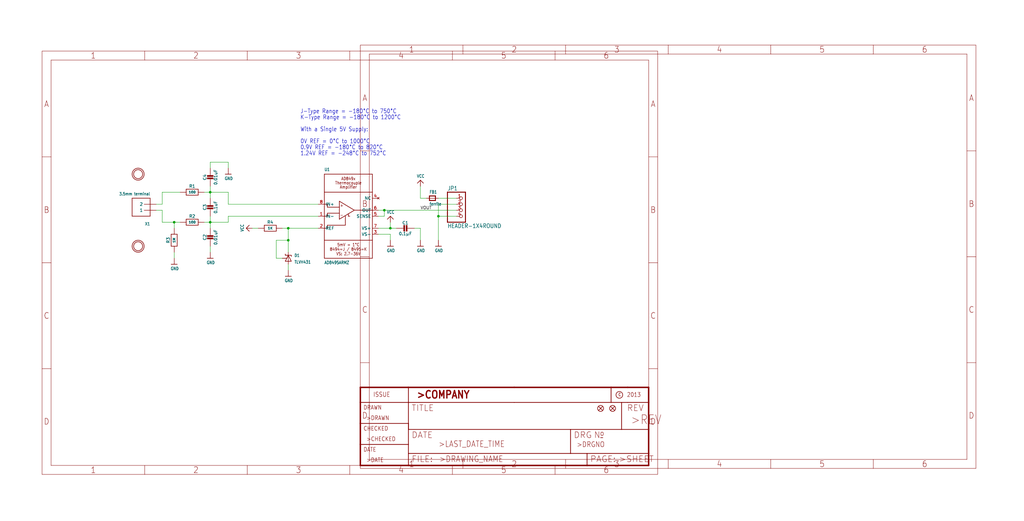
<source format=kicad_sch>
(kicad_sch (version 20211123) (generator eeschema)
  (paper "User" 433.07 220.421)
  (lib_symbols
    (symbol "eagleSchem-eagle-import:AD849X"
      (property "Reference" "U" (at -10.16 19.05 0))
      (property "Value" "AD849X" (at -10.16 -20.32 0))
      (symbol "AD849X_1_0"
        (polyline (pts (xy -10.16 -10.16) (xy -10.16 -17.78)) (stroke (width 0.254)))
        (polyline (pts (xy -10.16 -10.16) (xy -10.16 -5.08)) (stroke (width 0.254)))
        (polyline (pts (xy -10.16 -5.08) (xy -10.16 0)) (stroke (width 0.254)))
        (polyline (pts (xy -10.16 0) (xy -10.16 5.08)) (stroke (width 0.254)))
        (polyline (pts (xy -10.16 0) (xy -8.89 0)) (stroke (width 0.254)))
        (polyline (pts (xy -10.16 5.08) (xy -10.16 10.16)) (stroke (width 0.254)))
        (polyline (pts (xy -10.16 5.08) (xy -8.89 5.08)) (stroke (width 0.254)))
        (polyline (pts (xy -10.16 10.16) (xy -10.16 17.78)) (stroke (width 0.254)))
        (polyline (pts (xy -10.16 10.16) (xy 10.16 10.16)) (stroke (width 0.254)))
        (polyline (pts (xy -10.16 17.78) (xy 10.16 17.78)) (stroke (width 0.254)))
        (polyline (pts (xy -8.89 -5.08) (xy -10.16 -5.08)) (stroke (width 0.254)))
        (polyline (pts (xy -8.89 -3.81) (xy -8.89 -5.08)) (stroke (width 0.254)))
        (polyline (pts (xy -8.89 0) (xy -8.89 1.27)) (stroke (width 0.254)))
        (polyline (pts (xy -8.89 1.27) (xy -3.81 1.27)) (stroke (width 0.254)))
        (polyline (pts (xy -8.89 3.81) (xy -3.81 3.81)) (stroke (width 0.254)))
        (polyline (pts (xy -8.89 5.08) (xy -8.89 3.81)) (stroke (width 0.254)))
        (polyline (pts (xy -3.81 -1.27) (xy -3.81 1.27)) (stroke (width 0.254)))
        (polyline (pts (xy -3.81 1.27) (xy -3.81 3.81)) (stroke (width 0.254)))
        (polyline (pts (xy -3.81 3.81) (xy -3.81 6.35)) (stroke (width 0.254)))
        (polyline (pts (xy -3.81 6.35) (xy 2.54 2.54)) (stroke (width 0.254)))
        (polyline (pts (xy -1.27 -3.81) (xy -8.89 -3.81)) (stroke (width 0.254)))
        (polyline (pts (xy -1.27 0) (xy -1.27 -3.81)) (stroke (width 0.254)))
        (polyline (pts (xy 0 0) (xy 0 1.016)) (stroke (width 0.254)))
        (polyline (pts (xy 0 0) (xy 0.635 0)) (stroke (width 0.254)))
        (polyline (pts (xy 0 1.016) (xy -3.81 -1.27)) (stroke (width 0.254)))
        (polyline (pts (xy 2.54 2.54) (xy 0 1.016)) (stroke (width 0.254)))
        (polyline (pts (xy 2.54 2.54) (xy 10.16 2.54)) (stroke (width 0.254)))
        (polyline (pts (xy 10.16 -17.78) (xy -10.16 -17.78)) (stroke (width 0.254)))
        (polyline (pts (xy 10.16 -10.16) (xy -10.16 -10.16)) (stroke (width 0.254)))
        (polyline (pts (xy 10.16 -10.16) (xy 10.16 -17.78)) (stroke (width 0.254)))
        (polyline (pts (xy 10.16 2.54) (xy 10.16 -10.16)) (stroke (width 0.254)))
        (polyline (pts (xy 10.16 10.16) (xy 10.16 2.54)) (stroke (width 0.254)))
        (polyline (pts (xy 10.16 17.78) (xy 10.16 10.16)) (stroke (width 0.254)))
        (text "+" (at -2.794 4.572 0) (effects (font (size 1.27 1.0795))))
        (text "-" (at -2.794 0.508 0) (effects (font (size 1.27 1.0795))))
        (text "5mV = 1°C" (at 0 -12.065 0) (effects (font (size 1.27 1.0795))))
        (text "8494=J / 8495=K" (at 0 -13.97 0) (effects (font (size 1.27 1.0795))))
        (text "AD849x" (at 0 15.875 0) (effects (font (size 1.27 1.0795))))
        (text "Amplifier" (at 0 12.319 0) (effects (font (size 1.27 1.0795))))
        (text "Thermocouple" (at 0 14.097 0) (effects (font (size 1.27 1.0795))))
        (text "VS: 2.7-36V" (at 0 -15.875 0) (effects (font (size 1.27 1.0795))))
        (pin input line (at -12.7 0 0) (length 2.54) (name "IN-") (number "1"))
        (pin input line (at -12.7 -5.08 0) (length 2.54) (name "REF") (number "2"))
        (pin power_in line (at 12.7 -7.62 180) (length 2.54) (name "VS-") (number "3"))
        (pin no_connect line (at 12.7 7.62 180) (length 2.54) (name "NC") (number "4"))
        (pin bidirectional line (at 12.7 0 180) (length 2.54) (name "SENSE") (number "5"))
        (pin output line (at 12.7 2.54 180) (length 2.54) (name "OUT") (number "6"))
        (pin power_in line (at 12.7 -5.08 180) (length 2.54) (name "VS+") (number "7"))
        (pin input line (at -12.7 5.08 0) (length 2.54) (name "IN+") (number "8"))
      )
    )
    (symbol "eagleSchem-eagle-import:CAP_CERAMIC0805-NOOUTLINE"
      (property "Reference" "C" (at -2.29 1.25 90))
      (property "Value" "CAP_CERAMIC0805-NOOUTLINE" (at 2.3 1.25 90))
      (symbol "CAP_CERAMIC0805-NOOUTLINE_1_0"
        (rectangle (start -1.27 0.508) (end 1.27 1.016) (fill (type outline)))
        (rectangle (start -1.27 1.524) (end 1.27 2.032) (fill (type outline)))
        (polyline (pts (xy 0 0.762) (xy 0 0)) (stroke (width 0.1524)))
        (polyline (pts (xy 0 2.54) (xy 0 1.778)) (stroke (width 0.1524)))
        (pin passive line (at 0 5.08 270) (length 2.54) (name "1") (number "1"))
        (pin passive line (at 0 -2.54 90) (length 2.54) (name "2") (number "2"))
      )
    )
    (symbol "eagleSchem-eagle-import:FERRITE0805"
      (property "Reference" "FB" (at -1.27 1.905 0))
      (property "Value" "FERRITE0805" (at -1.27 -3.175 0))
      (symbol "FERRITE0805_1_0"
        (polyline (pts (xy -1.27 -0.9525) (xy -1.27 0.9525)) (stroke (width 0.4064)))
        (polyline (pts (xy -1.27 0.9525) (xy 1.27 0.9525)) (stroke (width 0.4064)))
        (polyline (pts (xy 1.27 -0.9525) (xy -1.27 -0.9525)) (stroke (width 0.4064)))
        (polyline (pts (xy 1.27 0.9525) (xy 1.27 -0.9525)) (stroke (width 0.4064)))
        (pin passive line (at -2.54 0 0) (length 2.54) (name "P$1") (number "1"))
        (pin passive line (at 2.54 0 180) (length 2.54) (name "P$2") (number "2"))
      )
    )
    (symbol "eagleSchem-eagle-import:FIDUCIAL{dblquote}{dblquote}"
      (symbol "FIDUCIAL{dblquote}{dblquote}_1_0"
        (polyline (pts (xy -0.762 0.762) (xy 0.762 -0.762)) (stroke (width 0.254)))
        (polyline (pts (xy 0.762 0.762) (xy -0.762 -0.762)) (stroke (width 0.254)))
        (circle (center 0 0) (radius 1.27) (stroke (width 0.254)))
      )
    )
    (symbol "eagleSchem-eagle-import:FRAME_A4"
      (symbol "FRAME_A4_0_0"
        (polyline (pts (xy 0 44.7675) (xy 3.81 44.7675)))
        (polyline (pts (xy 0 89.535) (xy 3.81 89.535)))
        (polyline (pts (xy 0 134.3025) (xy 3.81 134.3025)))
        (polyline (pts (xy 3.81 3.81) (xy 3.81 175.26)))
        (polyline (pts (xy 43.3917 0) (xy 43.3917 3.81)))
        (polyline (pts (xy 43.3917 175.26) (xy 43.3917 179.07)))
        (polyline (pts (xy 86.7833 0) (xy 86.7833 3.81)))
        (polyline (pts (xy 86.7833 175.26) (xy 86.7833 179.07)))
        (polyline (pts (xy 130.175 0) (xy 130.175 3.81)))
        (polyline (pts (xy 130.175 175.26) (xy 130.175 179.07)))
        (polyline (pts (xy 173.5667 0) (xy 173.5667 3.81)))
        (polyline (pts (xy 173.5667 175.26) (xy 173.5667 179.07)))
        (polyline (pts (xy 216.9583 0) (xy 216.9583 3.81)))
        (polyline (pts (xy 216.9583 175.26) (xy 216.9583 179.07)))
        (polyline (pts (xy 256.54 3.81) (xy 3.81 3.81)))
        (polyline (pts (xy 256.54 3.81) (xy 256.54 175.26)))
        (polyline (pts (xy 256.54 44.7675) (xy 260.35 44.7675)))
        (polyline (pts (xy 256.54 89.535) (xy 260.35 89.535)))
        (polyline (pts (xy 256.54 134.3025) (xy 260.35 134.3025)))
        (polyline (pts (xy 256.54 175.26) (xy 3.81 175.26)))
        (polyline (pts (xy 0 0) (xy 260.35 0) (xy 260.35 179.07) (xy 0 179.07) (xy 0 0)))
        (text "1" (at 21.6958 1.905 0) (effects (font (size 2.54 2.286))))
        (text "1" (at 21.6958 177.165 0) (effects (font (size 2.54 2.286))))
        (text "2" (at 65.0875 1.905 0) (effects (font (size 2.54 2.286))))
        (text "2" (at 65.0875 177.165 0) (effects (font (size 2.54 2.286))))
        (text "3" (at 108.4792 1.905 0) (effects (font (size 2.54 2.286))))
        (text "3" (at 108.4792 177.165 0) (effects (font (size 2.54 2.286))))
        (text "4" (at 151.8708 1.905 0) (effects (font (size 2.54 2.286))))
        (text "4" (at 151.8708 177.165 0) (effects (font (size 2.54 2.286))))
        (text "5" (at 195.2625 1.905 0) (effects (font (size 2.54 2.286))))
        (text "5" (at 195.2625 177.165 0) (effects (font (size 2.54 2.286))))
        (text "6" (at 238.6542 1.905 0) (effects (font (size 2.54 2.286))))
        (text "6" (at 238.6542 177.165 0) (effects (font (size 2.54 2.286))))
        (text "A" (at 1.905 156.6863 0) (effects (font (size 2.54 2.286))))
        (text "A" (at 258.445 156.6863 0) (effects (font (size 2.54 2.286))))
        (text "B" (at 1.905 111.9188 0) (effects (font (size 2.54 2.286))))
        (text "B" (at 258.445 111.9188 0) (effects (font (size 2.54 2.286))))
        (text "C" (at 1.905 67.1513 0) (effects (font (size 2.54 2.286))))
        (text "C" (at 258.445 67.1513 0) (effects (font (size 2.54 2.286))))
        (text "D" (at 1.905 22.3838 0) (effects (font (size 2.54 2.286))))
        (text "D" (at 258.445 22.3838 0) (effects (font (size 2.54 2.286))))
      )
      (symbol "FRAME_A4_1_0"
        (polyline (pts (xy 256.54 3.81) (xy 256.54 8.89)) (stroke (width 0.1016)))
        (polyline (pts (xy 256.54 8.89) (xy 256.54 13.97)) (stroke (width 0.1016)))
        (polyline (pts (xy 256.54 13.97) (xy 256.54 19.05)) (stroke (width 0.1016)))
        (polyline (pts (xy 256.54 19.05) (xy 256.54 36.83)) (stroke (width 0.1016)))
      )
      (symbol "FRAME_A4_2_0"
        (polyline (pts (xy 1.27 -6.35) (xy 1.27 0)) (stroke (width 0.1016)))
        (polyline (pts (xy 1.27 0) (xy 82.55 0)) (stroke (width 0.1016)))
        (polyline (pts (xy 82.55 -6.35) (xy 1.27 -6.35)) (stroke (width 0.1016)))
        (polyline (pts (xy 82.55 0) (xy 82.55 -6.35)) (stroke (width 0.1016)))
        (text "PART OR WHOLE IS STRICTLY PROHIBITED WITHOUT WRITTEN PERMISSION!" (at 3.81 -5.08 0) (effects (font (size 1.27 1.0795)) (justify left bottom)))
        (text "PROPRIETARY" (at 3.81 -10.16 0) (effects (font (size 2.54 2.159) (thickness 0.4318) bold) (justify left bottom)))
        (text "THIS DRAWING CONTAINS CONFIDENTIAL INFORMATION. ANY REPRODUCTION IN" (at 3.81 -2.794 0) (effects (font (size 1.27 1.0795)) (justify left bottom)))
      )
      (symbol "FRAME_A4_3_0"
        (polyline (pts (xy 0 1.27) (xy 20.32 1.27)) (stroke (width 0.6096)))
        (polyline (pts (xy 0 10.16) (xy 0 1.27)) (stroke (width 0.6096)))
        (polyline (pts (xy 0 10.16) (xy 20.32 10.16)) (stroke (width 0.3048)))
        (polyline (pts (xy 0 19.05) (xy 0 10.16)) (stroke (width 0.6096)))
        (polyline (pts (xy 0 19.05) (xy 20.32 19.05)) (stroke (width 0.3048)))
        (polyline (pts (xy 0 27.94) (xy 0 19.05)) (stroke (width 0.6096)))
        (polyline (pts (xy 0 27.94) (xy 20.32 27.94)) (stroke (width 0.3048)))
        (polyline (pts (xy 0 34.29) (xy 0 27.94)) (stroke (width 0.6096)))
        (polyline (pts (xy 20.32 1.27) (xy 20.32 6.35)) (stroke (width 0.3048)))
        (polyline (pts (xy 20.32 1.27) (xy 95.885 1.27)) (stroke (width 0.6096)))
        (polyline (pts (xy 20.32 6.35) (xy 20.32 10.16)) (stroke (width 0.3048)))
        (polyline (pts (xy 20.32 6.35) (xy 88.9 6.35)) (stroke (width 0.3048)))
        (polyline (pts (xy 20.32 10.16) (xy 20.32 19.05)) (stroke (width 0.3048)))
        (polyline (pts (xy 20.32 16.51) (xy 20.32 19.05)) (stroke (width 0.3048)))
        (polyline (pts (xy 20.32 19.05) (xy 20.32 27.94)) (stroke (width 0.3048)))
        (polyline (pts (xy 20.32 27.94) (xy 20.32 34.29)) (stroke (width 0.3048)))
        (polyline (pts (xy 20.32 27.94) (xy 65.0875 27.94)) (stroke (width 0.3048)))
        (polyline (pts (xy 20.32 34.29) (xy 0 34.29)) (stroke (width 0.6096)))
        (polyline (pts (xy 65.0875 27.94) (xy 106.045 27.94)) (stroke (width 0.3048)))
        (polyline (pts (xy 65.0875 34.29) (xy 20.32 34.29)) (stroke (width 0.6096)))
        (polyline (pts (xy 88.9 6.35) (xy 95.885 6.35)) (stroke (width 0.3048)))
        (polyline (pts (xy 88.9 16.51) (xy 20.32 16.51)) (stroke (width 0.3048)))
        (polyline (pts (xy 88.9 16.51) (xy 88.9 6.35)) (stroke (width 0.3048)))
        (polyline (pts (xy 95.885 1.27) (xy 121.92 1.27)) (stroke (width 0.6096)))
        (polyline (pts (xy 95.885 6.35) (xy 95.885 1.27)) (stroke (width 0.3048)))
        (polyline (pts (xy 95.885 6.35) (xy 121.92 6.35)) (stroke (width 0.3048)))
        (polyline (pts (xy 101.6 13.0175) (xy 102.5525 13.0175)) (stroke (width 0.254)))
        (polyline (pts (xy 106.045 27.94) (xy 106.045 34.29)) (stroke (width 0.3048)))
        (polyline (pts (xy 106.045 27.94) (xy 110.49 27.94)) (stroke (width 0.3048)))
        (polyline (pts (xy 106.045 34.29) (xy 65.0875 34.29)) (stroke (width 0.6096)))
        (polyline (pts (xy 110.49 16.51) (xy 88.9 16.51)) (stroke (width 0.3048)))
        (polyline (pts (xy 110.49 27.94) (xy 110.49 16.51)) (stroke (width 0.3048)))
        (polyline (pts (xy 110.49 27.94) (xy 113.03 27.94)) (stroke (width 0.3048)))
        (polyline (pts (xy 113.03 27.94) (xy 121.92 27.94)) (stroke (width 0.3048)))
        (polyline (pts (xy 113.03 34.29) (xy 106.045 34.29)) (stroke (width 0.6096)))
        (polyline (pts (xy 121.92 6.35) (xy 121.92 1.27)) (stroke (width 0.6096)))
        (polyline (pts (xy 121.92 16.51) (xy 110.49 16.51)) (stroke (width 0.3048)))
        (polyline (pts (xy 121.92 16.51) (xy 121.92 6.35)) (stroke (width 0.6096)))
        (polyline (pts (xy 121.92 27.94) (xy 121.92 16.51)) (stroke (width 0.6096)))
        (polyline (pts (xy 121.92 34.29) (xy 113.03 34.29)) (stroke (width 0.6096)))
        (polyline (pts (xy 121.92 34.29) (xy 121.92 27.94)) (stroke (width 0.6096)))
        (circle (center 109.5375 31.115) (radius 1.4199) (stroke (width 0.254)))
        (text "2013" (at 112.7125 30.1625 0) (effects (font (size 1.778 1.5113)) (justify left bottom)))
        (text ">CHECKED" (at 2.54 11.43 0) (effects (font (size 1.778 1.5113)) (justify left bottom)))
        (text ">COMPANY" (at 23.6538 29.3687 0) (effects (font (size 3.175 2.6987) (thickness 0.5397) bold) (justify left bottom)))
        (text ">DATE" (at 2.54 2.54 0) (effects (font (size 1.778 1.5113)) (justify left bottom)))
        (text ">DRAWING_NAME" (at 33.3375 2.54 0) (effects (font (size 2.54 2.159)) (justify left bottom)))
        (text ">DRAWN" (at 2.54 20.32 0) (effects (font (size 1.778 1.5113)) (justify left bottom)))
        (text ">DRGNO" (at 91.44 8.89 0) (effects (font (size 2.1844 1.8567)) (justify left bottom)))
        (text ">LAST_DATE_TIME" (at 33.02 8.89 0) (effects (font (size 2.54 2.159)) (justify left bottom)))
        (text ">REV" (at 114.3 18.415 0) (effects (font (size 3.81 3.2385)) (justify left bottom)))
        (text ">SHEET" (at 109.22 2.54 0) (effects (font (size 2.54 2.54)) (justify left bottom)))
        (text "C" (at 109.0612 30.48 0) (effects (font (size 1.27 1.0795)) (justify left bottom)))
        (text "CHECKED" (at 1.27 15.875 0) (effects (font (size 1.778 1.5113)) (justify left bottom)))
        (text "DATE" (at 1.27 6.985 0) (effects (font (size 1.778 1.5113)) (justify left bottom)))
        (text "DATE" (at 21.59 12.7 0) (effects (font (size 2.54 2.54)) (justify left bottom)))
        (text "DRAWN" (at 1.27 24.765 0) (effects (font (size 1.778 1.5113)) (justify left bottom)))
        (text "DRG" (at 90.17 12.7 0) (effects (font (size 2.54 2.54)) (justify left bottom)))
        (text "FILE:" (at 21.59 2.54 0) (effects (font (size 2.54 2.54)) (justify left bottom)))
        (text "ISSUE" (at 5.3975 30.1625 0) (effects (font (size 1.9304 1.6408)) (justify left bottom)))
        (text "N" (at 98.7425 12.7 0) (effects (font (size 2.54 2.54)) (justify left bottom)))
        (text "o" (at 101.2825 13.6525 0) (effects (font (size 2.1844 1.8567)) (justify left bottom)))
        (text "PAGE:" (at 97.155 2.54 0) (effects (font (size 2.54 2.54)) (justify left bottom)))
        (text "REV" (at 112.7125 24.13 0) (effects (font (size 2.54 2.54)) (justify left bottom)))
        (text "TITLE" (at 21.59 24.13 0) (effects (font (size 2.54 2.54)) (justify left bottom)))
      )
    )
    (symbol "eagleSchem-eagle-import:GND" (power)
      (property "Value" "GND" (at -1.524 -2.54 0))
      (symbol "GND_1_0"
        (polyline (pts (xy -1.27 0) (xy 1.27 0)) (stroke (width 0.254)))
        (pin power_in line (at 0 2.54 270) (length 2.54) (name "GND") (number "1"))
      )
    )
    (symbol "eagleSchem-eagle-import:HEADER-1X4ROUND"
      (property "Reference" "JP" (at -6.35 8.255 0))
      (property "Value" "HEADER-1X4ROUND" (at -6.35 -7.62 0))
      (symbol "HEADER-1X4ROUND_1_0"
        (polyline (pts (xy -6.35 -5.08) (xy 1.27 -5.08)) (stroke (width 0.4064)))
        (polyline (pts (xy -6.35 7.62) (xy -6.35 -5.08)) (stroke (width 0.4064)))
        (polyline (pts (xy 1.27 -5.08) (xy 1.27 7.62)) (stroke (width 0.4064)))
        (polyline (pts (xy 1.27 7.62) (xy -6.35 7.62)) (stroke (width 0.4064)))
        (pin passive inverted (at -2.54 5.08 0) (length 2.54) (name "1") (number "1"))
        (pin passive inverted (at -2.54 2.54 0) (length 2.54) (name "2") (number "2"))
        (pin passive inverted (at -2.54 0 0) (length 2.54) (name "3") (number "3"))
        (pin passive inverted (at -2.54 -2.54 0) (length 2.54) (name "4") (number "4"))
      )
    )
    (symbol "eagleSchem-eagle-import:MOUNTINGHOLE2.5"
      (symbol "MOUNTINGHOLE2.5_1_0"
        (circle (center 0 0) (radius 1.905) (stroke (width 0.254)))
        (circle (center 0 0) (radius 2.54) (stroke (width 0.254)))
      )
    )
    (symbol "eagleSchem-eagle-import:RESISTOR0805_NOOUTLINE"
      (property "Reference" "R" (at 0 2.54 0))
      (property "Value" "RESISTOR0805_NOOUTLINE" (at 0 0 0))
      (symbol "RESISTOR0805_NOOUTLINE_1_0"
        (polyline (pts (xy -2.54 -1.27) (xy -2.54 1.27)) (stroke (width 0.254)))
        (polyline (pts (xy -2.54 1.27) (xy 2.54 1.27)) (stroke (width 0.254)))
        (polyline (pts (xy 2.54 -1.27) (xy -2.54 -1.27)) (stroke (width 0.254)))
        (polyline (pts (xy 2.54 1.27) (xy 2.54 -1.27)) (stroke (width 0.254)))
        (pin passive line (at -5.08 0 0) (length 2.54) (name "1") (number "1"))
        (pin passive line (at 5.08 0 180) (length 2.54) (name "2") (number "2"))
      )
    )
    (symbol "eagleSchem-eagle-import:SHUNT-VREF"
      (property "Reference" "D" (at 2.54 0.4826 0))
      (property "Value" "SHUNT-VREF" (at 2.54 -2.3114 0))
      (symbol "SHUNT-VREF_1_0"
        (polyline (pts (xy -2.54 0) (xy -0.635 0)) (stroke (width 0.254)))
        (polyline (pts (xy -1.27 -1.27) (xy 1.27 -1.27)) (stroke (width 0.254)))
        (polyline (pts (xy -1.27 1.27) (xy -1.27 1.778)) (stroke (width 0.254)))
        (polyline (pts (xy -1.27 1.27) (xy 0 1.27)) (stroke (width 0.254)))
        (polyline (pts (xy -0.635 0) (xy -1.27 -1.27)) (stroke (width 0.254)))
        (polyline (pts (xy 0 1.27) (xy -0.635 0)) (stroke (width 0.254)))
        (polyline (pts (xy 0 1.27) (xy 1.27 1.27)) (stroke (width 0.254)))
        (polyline (pts (xy 1.27 -1.27) (xy 0 1.27)) (stroke (width 0.254)))
        (polyline (pts (xy 1.27 1.27) (xy 1.27 0.762)) (stroke (width 0.254)))
        (pin passive line (at -2.54 0 0) (length 0) (name "VREF") (number "1"))
        (pin passive line (at 0 2.54 270) (length 2.54) (name "C") (number "2"))
        (pin passive line (at 0 -2.54 90) (length 2.54) (name "A") (number "3"))
      )
    )
    (symbol "eagleSchem-eagle-import:TERMBLOCK_1X2"
      (property "Reference" "X" (at -2.54 7.62 0))
      (property "Value" "TERMBLOCK_1X2" (at -2.54 -5.08 0))
      (symbol "TERMBLOCK_1X2_1_0"
        (polyline (pts (xy -2.54 -2.54) (xy 5.08 -2.54)) (stroke (width 0.254)))
        (polyline (pts (xy -2.54 5.08) (xy -2.54 -2.54)) (stroke (width 0.254)))
        (polyline (pts (xy 5.08 -2.54) (xy 5.08 5.08)) (stroke (width 0.254)))
        (polyline (pts (xy 5.08 5.08) (xy -2.54 5.08)) (stroke (width 0.254)))
        (pin passive line (at -5.08 2.54 0) (length 5.08) (name "1") (number "1"))
        (pin passive line (at -5.08 0 0) (length 5.08) (name "2") (number "2"))
      )
    )
    (symbol "eagleSchem-eagle-import:VCC" (power)
      (property "Value" "VCC" (at -1.524 1.016 0))
      (symbol "VCC_1_0"
        (polyline (pts (xy -1.27 -1.27) (xy 0 0)) (stroke (width 0.254)))
        (polyline (pts (xy 0 0) (xy 1.27 -1.27)) (stroke (width 0.254)))
        (pin power_in line (at 0 -2.54 90) (length 2.54) (name "VCC") (number "1"))
      )
    )
  )
  (junction (at 121.92 101.6))
  (junction (at 88.9 81.28))
  (junction (at 185.42 91.44))
  (junction (at 88.9 93.98))
  (junction (at 162.56 88.9))
  (junction (at 165.1 96.52))
  (junction (at 121.92 96.52))
  (junction (at 73.66 93.98))
  (wire (pts (xy 68.58 86.36) (xy 66.04 86.36)))
  (wire (pts (xy 134.62 86.36) (xy 96.52 86.36)))
  (wire (pts (xy 73.66 109.22) (xy 73.66 106.68)))
  (wire (pts (xy 88.9 93.98) (xy 88.9 96.52)))
  (wire (pts (xy 88.9 71.12) (xy 88.9 68.58)))
  (wire (pts (xy 121.92 111.76) (xy 121.92 114.3)))
  (wire (pts (xy 193.04 86.36) (xy 185.42 86.36)))
  (wire (pts (xy 88.9 81.28) (xy 88.9 78.74)))
  (wire (pts (xy 185.42 86.36) (xy 185.42 91.44)))
  (wire (pts (xy 68.58 81.28) (xy 68.58 86.36)))
  (wire (pts (xy 116.84 109.22) (xy 116.84 101.6)))
  (wire (pts (xy 165.1 96.52) (xy 167.64 96.52)))
  (wire (pts (xy 76.2 93.98) (xy 73.66 93.98)))
  (wire (pts (xy 177.8 83.82) (xy 177.8 78.74)))
  (wire (pts (xy 88.9 81.28) (xy 86.36 81.28)))
  (wire (pts (xy 76.2 81.28) (xy 68.58 81.28)))
  (wire (pts (xy 162.56 88.9) (xy 193.04 88.9)))
  (wire (pts (xy 177.8 96.52) (xy 177.8 101.6)))
  (wire (pts (xy 121.92 101.6) (xy 121.92 96.52)))
  (wire (pts (xy 160.02 91.44) (xy 162.56 91.44)))
  (wire (pts (xy 134.62 91.44) (xy 96.52 91.44)))
  (wire (pts (xy 88.9 93.98) (xy 86.36 93.98)))
  (wire (pts (xy 160.02 96.52) (xy 165.1 96.52)))
  (wire (pts (xy 162.56 91.44) (xy 162.56 88.9)))
  (wire (pts (xy 96.52 91.44) (xy 96.52 93.98)))
  (wire (pts (xy 193.04 83.82) (xy 185.42 83.82)))
  (wire (pts (xy 73.66 93.98) (xy 73.66 96.52)))
  (wire (pts (xy 96.52 81.28) (xy 88.9 81.28)))
  (wire (pts (xy 185.42 91.44) (xy 185.42 101.6)))
  (wire (pts (xy 73.66 93.98) (xy 68.58 93.98)))
  (wire (pts (xy 180.34 83.82) (xy 177.8 83.82)))
  (wire (pts (xy 119.38 109.22) (xy 116.84 109.22)))
  (wire (pts (xy 88.9 104.14) (xy 88.9 106.68)))
  (wire (pts (xy 121.92 96.52) (xy 134.62 96.52)))
  (wire (pts (xy 160.02 99.06) (xy 165.1 99.06)))
  (wire (pts (xy 160.02 88.9) (xy 162.56 88.9)))
  (wire (pts (xy 165.1 99.06) (xy 165.1 101.6)))
  (wire (pts (xy 96.52 68.58) (xy 96.52 71.12)))
  (wire (pts (xy 165.1 93.98) (xy 165.1 96.52)))
  (wire (pts (xy 119.38 96.52) (xy 121.92 96.52)))
  (wire (pts (xy 96.52 86.36) (xy 96.52 81.28)))
  (wire (pts (xy 121.92 101.6) (xy 121.92 106.68)))
  (wire (pts (xy 175.26 96.52) (xy 177.8 96.52)))
  (wire (pts (xy 88.9 83.82) (xy 88.9 81.28)))
  (wire (pts (xy 88.9 68.58) (xy 96.52 68.58)))
  (wire (pts (xy 88.9 91.44) (xy 88.9 93.98)))
  (wire (pts (xy 68.58 88.9) (xy 66.04 88.9)))
  (wire (pts (xy 68.58 93.98) (xy 68.58 88.9)))
  (wire (pts (xy 193.04 91.44) (xy 185.42 91.44)))
  (wire (pts (xy 109.22 96.52) (xy 106.68 96.52)))
  (wire (pts (xy 96.52 93.98) (xy 88.9 93.98)))
  (wire (pts (xy 116.84 101.6) (xy 121.92 101.6)))
  (text "J-Type Range = -180°C to 750°C" (at 127 48.26 180) (effects (font (size 1.778 1.5113)) (justify left bottom)))
  (text "With a Single 5V Supply:" (at 127 55.88 180) (effects (font (size 1.778 1.5113)) (justify left bottom)))
  (text "0.9V REF = -180°C to 820°C" (at 127 63.5 180) (effects (font (size 1.778 1.5113)) (justify left bottom)))
  (text "1.24V REF = -248°C to 752°C" (at 127 66.04 180) (effects (font (size 1.778 1.5113)) (justify left bottom)))
  (text "K-Type Range = -180°C to 1200°C" (at 127 50.8 180) (effects (font (size 1.778 1.5113)) (justify left bottom)))
  (text "0V REF = 0°C to 1000°C" (at 127 60.96 180) (effects (font (size 1.778 1.5113)) (justify left bottom)))
  (label "VOUT" (at 177.8 88.9 0) (effects (font (size 1.2446 1.2446))))
  (symbol (lib_id "eagleSchem-eagle-import:VCC") (at 104.14 96.52 90) (unit 1)
    (property "Reference" "#P+3" (effects hide))
    (property "Value" "VCC" (at 103.124 98.044 0) (effects (font (size 1.27 1.0795)) (justify left bottom)))
    (property "Footprint" "eagleSchem:" (effects hide))
  )
  (symbol (lib_id "eagleSchem-eagle-import:FRAME_A4") (at 152.4 198.12 0) (unit 3)
    (property "Reference" "#FRAME1" (effects hide))
    (property "Value" "FRAME_A4" (effects hide))
    (property "Footprint" "eagleSchem:" (effects hide))
  )
  (symbol (lib_id "eagleSchem-eagle-import:TERMBLOCK_1X2") (at 60.96 86.36 180) (unit 1)
    (property "Reference" "X1" (at 63.5 93.98 0) (effects (font (size 1.27 1.0795)) (justify left bottom)))
    (property "Value" "3.5mm terminal" (at 63.5 81.28 0) (effects (font (size 1.27 1.0795)) (justify left bottom)))
    (property "Footprint" "eagleSchem:TERMBLOCK_1X2-3.5MM" (effects hide))
  )
  (symbol (lib_id "eagleSchem-eagle-import:GND") (at 165.1 104.14 0) (unit 1)
    (property "Reference" "#U$2" (effects hide))
    (property "Value" "GND" (at 163.576 106.68 0) (effects (font (size 1.27 1.0795)) (justify left bottom)))
    (property "Footprint" "eagleSchem:" (effects hide))
  )
  (symbol (lib_id "eagleSchem-eagle-import:RESISTOR0805_NOOUTLINE") (at 81.28 93.98 0) (unit 1)
    (property "Reference" "R2" (at 81.28 91.44 0))
    (property "Value" "100" (at 81.28 93.98 0) (effects (font (size 1.016 1.016) bold)))
    (property "Footprint" "eagleSchem:0805-NO" (effects hide))
  )
  (symbol (lib_id "eagleSchem-eagle-import:FRAME_A4") (at 17.78 200.66 0) (unit 1)
    (property "Reference" "#FRAME1" (effects hide))
    (property "Value" "FRAME_A4" (effects hide))
    (property "Footprint" "eagleSchem:" (effects hide))
  )
  (symbol (lib_id "eagleSchem-eagle-import:HEADER-1X4ROUND") (at 195.58 88.9 0) (unit 1)
    (property "Reference" "JP1" (at 189.23 80.645 0) (effects (font (size 1.778 1.5113)) (justify left bottom)))
    (property "Value" "HEADER-1X4ROUND" (at 189.23 96.52 0) (effects (font (size 1.778 1.5113)) (justify left bottom)))
    (property "Footprint" "eagleSchem:1X04_ROUND" (effects hide))
  )
  (symbol (lib_id "eagleSchem-eagle-import:MOUNTINGHOLE2.5") (at 58.42 73.66 0) (unit 1)
    (property "Reference" "U$11" (effects hide))
    (property "Value" "MOUNTINGHOLE2.5" (effects hide))
    (property "Footprint" "eagleSchem:MOUNTINGHOLE_2.5_PLATED" (effects hide))
  )
  (symbol (lib_id "eagleSchem-eagle-import:RESISTOR0805_NOOUTLINE") (at 73.66 101.6 90) (unit 1)
    (property "Reference" "R3" (at 71.12 101.6 0))
    (property "Value" "1M" (at 73.66 101.6 0) (effects (font (size 1.016 1.016) bold)))
    (property "Footprint" "eagleSchem:0805-NO" (effects hide))
  )
  (symbol (lib_id "eagleSchem-eagle-import:CAP_CERAMIC0805-NOOUTLINE") (at 88.9 101.6 0) (unit 1)
    (property "Reference" "C2" (at 86.61 100.35 90))
    (property "Value" "0.01uF" (at 91.2 100.35 90))
    (property "Footprint" "eagleSchem:0805-NO" (effects hide))
  )
  (symbol (lib_id "eagleSchem-eagle-import:CAP_CERAMIC0805-NOOUTLINE") (at 88.9 76.2 0) (unit 1)
    (property "Reference" "C4" (at 86.61 74.95 90))
    (property "Value" "0.01uF" (at 91.2 74.95 90))
    (property "Footprint" "eagleSchem:0805-NO" (effects hide))
  )
  (symbol (lib_id "eagleSchem-eagle-import:AD849X") (at 147.32 91.44 0) (unit 1)
    (property "Reference" "U1" (at 137.16 72.39 0) (effects (font (size 1.27 1.0795)) (justify left bottom)))
    (property "Value" "AD8495ARMZ " (at 137.16 111.76 0) (effects (font (size 1.27 1.0795)) (justify left bottom)))
    (property "Footprint" "eagleSchem:MSOP8_0.65MM" (effects hide))
  )
  (symbol (lib_id "eagleSchem-eagle-import:FIDUCIAL{dblquote}{dblquote}") (at 259.08 172.72 0) (unit 1)
    (property "Reference" "FID1" (effects hide))
    (property "Value" "FIDUCIAL{dblquote}{dblquote}" (effects hide))
    (property "Footprint" "eagleSchem:FIDUCIAL_1MM" (effects hide))
  )
  (symbol (lib_id "eagleSchem-eagle-import:GND") (at 88.9 109.22 0) (unit 1)
    (property "Reference" "#U$4" (effects hide))
    (property "Value" "GND" (at 87.376 111.76 0) (effects (font (size 1.27 1.0795)) (justify left bottom)))
    (property "Footprint" "eagleSchem:" (effects hide))
  )
  (symbol (lib_id "eagleSchem-eagle-import:VCC") (at 177.8 76.2 0) (unit 1)
    (property "Reference" "#P+2" (effects hide))
    (property "Value" "VCC" (at 176.276 75.184 0) (effects (font (size 1.27 1.0795)) (justify left bottom)))
    (property "Footprint" "eagleSchem:" (effects hide))
  )
  (symbol (lib_id "eagleSchem-eagle-import:CAP_CERAMIC0805-NOOUTLINE") (at 170.18 96.52 270) (unit 1)
    (property "Reference" "C1" (at 171.43 94.23 90))
    (property "Value" "0.1µF" (at 171.43 98.82 90))
    (property "Footprint" "eagleSchem:0805-NO" (effects hide))
  )
  (symbol (lib_id "eagleSchem-eagle-import:RESISTOR0805_NOOUTLINE") (at 114.3 96.52 0) (unit 1)
    (property "Reference" "R4" (at 114.3 93.98 0))
    (property "Value" "1K" (at 114.3 96.52 0) (effects (font (size 1.016 1.016) bold)))
    (property "Footprint" "eagleSchem:0805-NO" (effects hide))
  )
  (symbol (lib_id "eagleSchem-eagle-import:FIDUCIAL{dblquote}{dblquote}") (at 254 172.72 0) (unit 1)
    (property "Reference" "FID2" (effects hide))
    (property "Value" "FIDUCIAL{dblquote}{dblquote}" (effects hide))
    (property "Footprint" "eagleSchem:FIDUCIAL_1MM" (effects hide))
  )
  (symbol (lib_id "eagleSchem-eagle-import:MOUNTINGHOLE2.5") (at 58.42 104.14 0) (unit 1)
    (property "Reference" "U$12" (effects hide))
    (property "Value" "MOUNTINGHOLE2.5" (effects hide))
    (property "Footprint" "eagleSchem:MOUNTINGHOLE_2.5_PLATED" (effects hide))
  )
  (symbol (lib_id "eagleSchem-eagle-import:GND") (at 96.52 73.66 0) (unit 1)
    (property "Reference" "#U$5" (effects hide))
    (property "Value" "GND" (at 94.996 76.2 0) (effects (font (size 1.27 1.0795)) (justify left bottom)))
    (property "Footprint" "eagleSchem:" (effects hide))
  )
  (symbol (lib_id "eagleSchem-eagle-import:GND") (at 185.42 104.14 0) (unit 1)
    (property "Reference" "#U$7" (effects hide))
    (property "Value" "GND" (at 183.896 106.68 0) (effects (font (size 1.27 1.0795)) (justify left bottom)))
    (property "Footprint" "eagleSchem:" (effects hide))
  )
  (symbol (lib_id "eagleSchem-eagle-import:GND") (at 73.66 111.76 0) (unit 1)
    (property "Reference" "#U$6" (effects hide))
    (property "Value" "GND" (at 72.136 114.3 0) (effects (font (size 1.27 1.0795)) (justify left bottom)))
    (property "Footprint" "eagleSchem:" (effects hide))
  )
  (symbol (lib_id "eagleSchem-eagle-import:RESISTOR0805_NOOUTLINE") (at 81.28 81.28 0) (unit 1)
    (property "Reference" "R1" (at 81.28 78.74 0))
    (property "Value" "100" (at 81.28 81.28 0) (effects (font (size 1.016 1.016) bold)))
    (property "Footprint" "eagleSchem:0805-NO" (effects hide))
  )
  (symbol (lib_id "eagleSchem-eagle-import:CAP_CERAMIC0805-NOOUTLINE") (at 88.9 88.9 0) (unit 1)
    (property "Reference" "C3" (at 86.61 87.65 90))
    (property "Value" "0.1uF" (at 91.2 87.65 90))
    (property "Footprint" "eagleSchem:0805-NO" (effects hide))
  )
  (symbol (lib_id "eagleSchem-eagle-import:FERRITE0805") (at 182.88 83.82 0) (unit 1)
    (property "Reference" "FB1" (at 181.61 81.915 0) (effects (font (size 1.27 1.0795)) (justify left bottom)))
    (property "Value" "ferrite" (at 181.61 86.995 0) (effects (font (size 1.27 1.0795)) (justify left bottom)))
    (property "Footprint" "eagleSchem:0805" (effects hide))
  )
  (symbol (lib_id "eagleSchem-eagle-import:SHUNT-VREF") (at 121.92 109.22 0) (unit 1)
    (property "Reference" "D1" (at 124.46 108.7374 0) (effects (font (size 1.27 1.0795)) (justify left bottom)))
    (property "Value" "TLVH431" (at 124.46 111.5314 0) (effects (font (size 1.27 1.0795)) (justify left bottom)))
    (property "Footprint" "eagleSchem:SOT23-R" (effects hide))
  )
  (symbol (lib_id "eagleSchem-eagle-import:GND") (at 121.92 116.84 0) (unit 1)
    (property "Reference" "#U$3" (effects hide))
    (property "Value" "GND" (at 120.396 119.38 0) (effects (font (size 1.27 1.0795)) (justify left bottom)))
    (property "Footprint" "eagleSchem:" (effects hide))
  )
  (symbol (lib_id "eagleSchem-eagle-import:GND") (at 177.8 104.14 0) (unit 1)
    (property "Reference" "#U$1" (effects hide))
    (property "Value" "GND" (at 176.276 106.68 0) (effects (font (size 1.27 1.0795)) (justify left bottom)))
    (property "Footprint" "eagleSchem:" (effects hide))
  )
  (symbol (lib_id "eagleSchem-eagle-import:VCC") (at 165.1 91.44 0) (unit 1)
    (property "Reference" "#P+1" (effects hide))
    (property "Value" "VCC" (at 163.576 90.424 0) (effects (font (size 1.27 1.0795)) (justify left bottom)))
    (property "Footprint" "eagleSchem:" (effects hide))
  )
)
</source>
